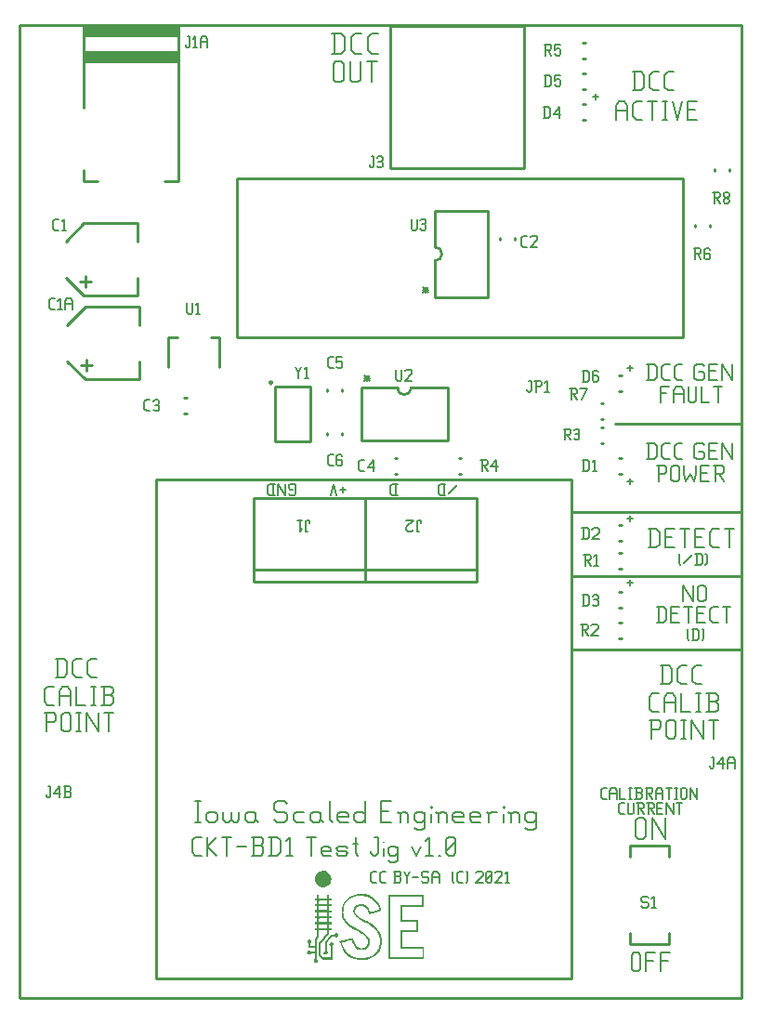
<source format=gbr>
G04 start of page 9 for group -4079 idx -4079 *
G04 Title: (unknown), topsilk *
G04 Creator: pcb 4.0.2 *
G04 CreationDate: Mon Feb 22 18:13:25 2021 UTC *
G04 For: ndholmes *
G04 Format: Gerber/RS-274X *
G04 PCB-Dimensions (mil): 2600.00 3500.00 *
G04 PCB-Coordinate-Origin: lower left *
%MOIN*%
%FSLAX25Y25*%
%LNTOPSILK*%
%ADD82C,0.0083*%
%ADD81C,0.0094*%
%ADD80C,0.0080*%
%ADD79C,0.0100*%
%ADD78C,0.0001*%
G54D78*G36*
X106543Y13209D02*X106147Y13480D01*
X106011Y13925D01*
X106065Y14240D01*
X106261Y14490D01*
X106391Y14604D01*
Y16486D01*
X105718D01*
X105241Y16481D01*
X105045Y16464D01*
X104953Y16340D01*
X104600Y16117D01*
X104172D01*
X103873Y16307D01*
X103689Y16600D01*
X103662Y16931D01*
X103770Y17224D01*
X103987Y17446D01*
X104302Y17566D01*
X104682Y17512D01*
X104991Y17273D01*
X105056Y17175D01*
X105724D01*
X106391Y17170D01*
Y18667D01*
X104058D01*
Y19400D01*
X104053Y20127D01*
X103955Y20197D01*
X103787Y20376D01*
X103678Y20593D01*
X103689Y21027D01*
X103873Y21315D01*
X104161Y21494D01*
X104497Y21526D01*
X104790Y21423D01*
X105013Y21201D01*
X105132Y20881D01*
X105078Y20506D01*
X104839Y20197D01*
X104742Y20127D01*
Y19351D01*
X106391D01*
Y21656D01*
X106857Y22248D01*
X107329Y22839D01*
Y24906D01*
X106418D01*
Y25693D01*
X110802D01*
Y27066D01*
X107986D01*
Y25693D01*
X107329D01*
Y27066D01*
X106418D01*
Y27825D01*
X107319D01*
Y29192D01*
X108002Y29219D01*
X107997Y28557D01*
X107991Y28086D01*
X108002Y27868D01*
X108067Y27858D01*
X108290Y27847D01*
X108724Y27841D01*
X109407Y27836D01*
X110802D01*
Y29219D01*
X108002D01*
X107319Y29192D01*
X106418D01*
Y29952D01*
X107329D01*
X107986Y29979D01*
X110802D01*
Y31352D01*
X107986D01*
Y29979D01*
X107329Y29952D01*
Y31324D01*
X106418D01*
Y32084D01*
X107319D01*
X107329Y33462D01*
X107986Y33505D01*
Y32827D01*
X107991Y32344D01*
X108008Y32127D01*
X108420Y32117D01*
X109407Y32111D01*
X110791D01*
X110796Y32800D01*
Y32816D01*
X110807Y33505D01*
X107986D01*
X107329Y33462D01*
X106418D01*
Y34222D01*
X107319D01*
Y35594D01*
X108002Y35648D01*
X107997Y34992D01*
X107991Y34515D01*
X108002Y34297D01*
X108067Y34287D01*
X108290Y34276D01*
X108724Y34270D01*
X109407Y34265D01*
X110807D01*
X110796Y34959D01*
X110791Y35648D01*
X108002D01*
X107319Y35594D01*
X106418D01*
Y36354D01*
X107329D01*
Y37596D01*
X107986D01*
Y36354D01*
X110802D01*
Y37596D01*
X111491D01*
Y36354D01*
X112402D01*
Y35594D01*
X111491D01*
Y34194D01*
X112402D01*
Y33435D01*
X111491D01*
Y32041D01*
X112402D01*
Y31281D01*
X111491D01*
Y29908D01*
X112402D01*
Y29149D01*
X111491D01*
Y27755D01*
X112402D01*
Y26995D01*
X111491D01*
Y25622D01*
X112402D01*
Y24836D01*
X111491D01*
X111485Y24250D01*
Y23658D01*
X110069Y21868D01*
X108648Y20083D01*
Y16074D01*
X109624Y15097D01*
X112044D01*
Y17219D01*
X112039Y18043D01*
Y18716D01*
X112033Y19172D01*
X112028Y19334D01*
X111903Y19427D01*
X111659Y19893D01*
X111794Y20409D01*
X112370Y20718D01*
X112972Y20447D01*
X113129Y19882D01*
X112831Y19372D01*
X112733Y19302D01*
Y14414D01*
X109342D01*
X107986Y15770D01*
Y20344D01*
X109396Y22123D01*
X110802Y23903D01*
Y24841D01*
X107986D01*
Y22503D01*
X107074Y21353D01*
Y14522D01*
X107140Y14490D01*
X107319Y14321D01*
X107449Y14088D01*
X107416Y13573D01*
X107069Y13193D01*
X106803Y13133D01*
X106543Y13144D01*
Y13209D01*
G37*
G36*
X122385Y14229D02*X120567Y14571D01*
X118983Y15293D01*
X117876Y16171D01*
X116932Y17278D01*
X116070Y18841D01*
X115424Y20696D01*
X115326Y21065D01*
X117746Y21581D01*
X118679Y21781D01*
X119455Y21944D01*
X119981Y22047D01*
X120182Y22080D01*
X120236Y21868D01*
X120285Y21618D01*
X120367Y21282D01*
X120730Y20257D01*
X121245Y19432D01*
X121891Y18824D01*
X122662Y18461D01*
X122900Y18418D01*
X123296Y18401D01*
X123687Y18418D01*
X123942Y18461D01*
X124962Y19047D01*
X125521Y20083D01*
X125575Y20712D01*
X125521Y21309D01*
X126123Y21483D01*
X126161Y20067D01*
X125803Y19117D01*
X125173Y18385D01*
X124316Y17924D01*
X123280Y17756D01*
X121951Y18059D01*
X120882Y18884D01*
X120090Y20127D01*
X119889Y20653D01*
X119743Y21157D01*
X119694Y21326D01*
X119645Y21342D01*
X119493Y21315D01*
X119135Y21239D01*
X118609Y21125D01*
X117979Y20989D01*
X116829Y20745D01*
X116292Y20626D01*
X116129Y20577D01*
Y20544D01*
X116178Y20360D01*
X116303Y19991D01*
X116449Y19584D01*
X116574Y19258D01*
X117572Y17479D01*
X118858Y16150D01*
X120432Y15282D01*
X122303Y14864D01*
X122699Y14853D01*
X123247D01*
X123795Y14869D01*
X124218Y14902D01*
X125548Y15157D01*
X126709Y15591D01*
X127609Y16123D01*
X128363Y16779D01*
X128966Y17560D01*
X129432Y18466D01*
X129660Y19161D01*
X129817Y19947D01*
X129866Y20902D01*
X129817Y21836D01*
X129590Y22823D01*
X129232Y23713D01*
X128711Y24532D01*
X128027Y25313D01*
X127327Y25959D01*
X126519Y26556D01*
X125445Y27217D01*
X123953Y28047D01*
X122808Y28682D01*
X122016Y29160D01*
X121463Y29561D01*
X121034Y29963D01*
X120486Y30749D01*
X120318Y31617D01*
X120464Y32659D01*
X120898Y33473D01*
X121603Y34037D01*
X122558Y34319D01*
X123139Y34336D01*
X123714Y34270D01*
X124484Y33977D01*
X125152Y33451D01*
X125727Y32686D01*
X126221Y31666D01*
X126307Y31466D01*
X126367Y31422D01*
X126530Y31471D01*
X126909Y31574D01*
X127419Y31726D01*
X128005Y31894D01*
X128581Y32062D01*
X129080Y32214D01*
X129438Y32317D01*
X129579Y32361D01*
X129552Y32485D01*
X129465Y32762D01*
X129340Y33104D01*
X129221Y33419D01*
X128543Y34634D01*
X127653Y35638D01*
X126579Y36413D01*
X125325Y36940D01*
X123568Y37243D01*
X121647Y37157D01*
X119900Y36696D01*
X118500Y35860D01*
X117800Y35133D01*
X117258Y34249D01*
X116889Y33223D01*
X116688Y32073D01*
X116661Y31297D01*
X116699Y30587D01*
X116938Y29605D01*
X117377Y28699D01*
X118017Y27858D01*
X118880Y27066D01*
X119422Y26659D01*
X120052Y26246D01*
X120855Y25769D01*
X121940Y25161D01*
X122667Y24760D01*
X123209Y24451D01*
X123633Y24196D01*
X124007Y23957D01*
X125439Y22747D01*
X126123Y21483D01*
X125521Y21309D01*
X124924Y22378D01*
X123665Y23425D01*
X123302Y23658D01*
X122895Y23903D01*
X122379Y24196D01*
X121685Y24575D01*
X120307Y25351D01*
X119292Y25980D01*
X118517Y26545D01*
X117860Y27125D01*
X117111Y27966D01*
X116574Y28850D01*
X116156Y30033D01*
X116026Y31346D01*
X116118Y32632D01*
X116411Y33831D01*
X117171Y35355D01*
X118332Y36538D01*
X119862Y37363D01*
X121734Y37802D01*
X123193Y37884D01*
X124577Y37759D01*
X125852Y37433D01*
X126991Y36907D01*
X128130Y36061D01*
X129069Y34976D01*
X129796Y33674D01*
X130289Y32171D01*
X130349Y31916D01*
X128147Y31276D01*
X127284Y31032D01*
X126579Y30831D01*
X126101Y30701D01*
X125922Y30657D01*
X125846Y30858D01*
X125618Y31460D01*
X125358Y32035D01*
X124598Y33104D01*
X123649Y33636D01*
X123014Y33701D01*
X122363Y33652D01*
X121506Y33180D01*
X121169Y32719D01*
X120985Y32122D01*
X120947Y31639D01*
X120985Y31227D01*
X121332Y30576D01*
X122059Y29908D01*
X122412Y29664D01*
X122851Y29388D01*
X123426Y29062D01*
X124197Y28639D01*
X125065Y28167D01*
X125748Y27782D01*
X126307Y27451D01*
X126785Y27142D01*
X128011Y26214D01*
X128977Y25226D01*
X129704Y24174D01*
X130192Y23034D01*
X130468Y21662D01*
X130474Y20230D01*
X130219Y18830D01*
X129709Y17566D01*
X128912Y16448D01*
X127870Y15537D01*
X126600Y14859D01*
X125135Y14414D01*
X123757Y14240D01*
X122385Y14235D01*
Y14229D01*
G37*
G36*
X132970Y26035D02*X133610Y26040D01*
X133604Y15141D01*
X145030D01*
Y18298D01*
X137256D01*
Y24819D01*
X142941D01*
Y27988D01*
X137256D01*
Y33771D01*
X144716D01*
Y36940D01*
X133621D01*
X133610Y26040D01*
X132970Y26035D01*
Y37564D01*
X145350D01*
Y33153D01*
X137890D01*
Y28633D01*
X143571D01*
Y24223D01*
X137907D01*
X137896Y21591D01*
X137890Y18960D01*
X145654D01*
Y14522D01*
X132970D01*
Y26035D01*
G37*
G36*
X110107Y16123D02*X109825Y16312D01*
X109646Y16600D01*
X109641Y17034D01*
X109868Y17387D01*
X109999Y17479D01*
X110010Y17940D01*
X110015Y19052D01*
Y20626D01*
X111111Y22004D01*
X112201Y23387D01*
X113531D01*
X113617Y23507D01*
X113845Y23702D01*
X113997Y23767D01*
X114203Y23778D01*
X114404Y23772D01*
X114556Y23702D01*
X114778Y23512D01*
X114914Y23268D01*
X114930Y22986D01*
X114865Y22714D01*
X114589Y22427D01*
X114203Y22313D01*
X113645Y22562D01*
X113520Y22698D01*
X112532D01*
X111615Y21543D01*
X110704Y20387D01*
Y17490D01*
X110807Y17419D01*
X111067Y17023D01*
X111035Y16524D01*
X110650Y16150D01*
X110107Y16117D01*
Y16123D01*
G37*
G36*
X108941Y40282D02*X108056Y40569D01*
X107291Y41128D01*
X106743Y41860D01*
X106456Y42723D01*
X106418Y43363D01*
X106499Y43982D01*
X106809Y44747D01*
X107329Y45398D01*
X108176Y45973D01*
X109147Y46216D01*
X110156Y46129D01*
X111100Y45702D01*
X111653Y45197D01*
X112077Y44579D01*
X112310Y43895D01*
X112380Y43168D01*
X112272Y42441D01*
X112006Y41768D01*
X111599Y41220D01*
X111084Y40775D01*
X110482Y40455D01*
X109831Y40282D01*
X109380Y40260D01*
X108941Y40282D01*
G37*
G54D79*X49500Y186500D02*X198500D01*
X500Y349500D02*X259500D01*
Y346000D01*
X214000Y206500D02*X259500D01*
X49500Y186500D02*Y7500D01*
X198500Y186500D02*Y7500D01*
X49500D02*X198500D01*
Y152000D02*X259500D01*
X198500Y125500D02*X259500D01*
X198500Y175000D02*X259500D01*
X500Y349500D02*Y500D01*
X259500D01*
Y348000D01*
G54D80*X226220Y228060D02*Y222300D01*
X228092Y228060D02*X229100Y227052D01*
Y223308D01*
X228092Y222300D02*X229100Y223308D01*
X225500Y222300D02*X228092D01*
X225500Y228060D02*X228092D01*
X231836Y222300D02*X233708D01*
X230828Y223308D02*X231836Y222300D01*
X230828Y227052D02*Y223308D01*
Y227052D02*X231836Y228060D01*
X233708D01*
X236444Y222300D02*X238316D01*
X235436Y223308D02*X236444Y222300D01*
X235436Y227052D02*Y223308D01*
Y227052D02*X236444Y228060D01*
X238316D01*
X245516D02*X246236Y227340D01*
X243356Y228060D02*X245516D01*
X242636Y227340D02*X243356Y228060D01*
X242636Y227340D02*Y223020D01*
X243356Y222300D01*
X245516D01*
X246236Y223020D01*
Y224460D02*Y223020D01*
X245516Y225180D02*X246236Y224460D01*
X244076Y225180D02*X245516D01*
X247964Y225468D02*X250124D01*
X247964Y222300D02*X250844D01*
X247964Y228060D02*Y222300D01*
Y228060D02*X250844D01*
X252572D02*Y222300D01*
Y228060D02*X256172Y222300D01*
Y228060D02*Y222300D01*
X230500Y220060D02*Y214300D01*
Y220060D02*X233380D01*
X230500Y217468D02*X232660D01*
X235108Y218620D02*Y214300D01*
Y218620D02*X236116Y220060D01*
X237700D01*
X238708Y218620D01*
Y214300D01*
X235108Y217180D02*X238708D01*
X240436Y220060D02*Y215020D01*
X241156Y214300D01*
X242596D01*
X243316Y215020D01*
Y220060D02*Y215020D01*
X245044Y220060D02*Y214300D01*
X247924D01*
X249652Y220060D02*X252532D01*
X251092D02*Y214300D01*
X226220Y199560D02*Y193800D01*
X228092Y199560D02*X229100Y198552D01*
Y194808D01*
X228092Y193800D02*X229100Y194808D01*
X225500Y193800D02*X228092D01*
X225500Y199560D02*X228092D01*
X231836Y193800D02*X233708D01*
X230828Y194808D02*X231836Y193800D01*
X230828Y198552D02*Y194808D01*
Y198552D02*X231836Y199560D01*
X233708D01*
X236444Y193800D02*X238316D01*
X235436Y194808D02*X236444Y193800D01*
X235436Y198552D02*Y194808D01*
Y198552D02*X236444Y199560D01*
X238316D01*
X245516D02*X246236Y198840D01*
X243356Y199560D02*X245516D01*
X242636Y198840D02*X243356Y199560D01*
X242636Y198840D02*Y194520D01*
X243356Y193800D01*
X245516D01*
X246236Y194520D01*
Y195960D02*Y194520D01*
X245516Y196680D02*X246236Y195960D01*
X244076Y196680D02*X245516D01*
X247964Y196968D02*X250124D01*
X247964Y193800D02*X250844D01*
X247964Y199560D02*Y193800D01*
Y199560D02*X250844D01*
X252572D02*Y193800D01*
Y199560D02*X256172Y193800D01*
Y199560D02*Y193800D01*
X229720Y191560D02*Y185800D01*
X229000Y191560D02*X231880D01*
X232600Y190840D01*
Y189400D01*
X231880Y188680D02*X232600Y189400D01*
X229720Y188680D02*X231880D01*
X234328Y190840D02*Y186520D01*
Y190840D02*X235048Y191560D01*
X236488D01*
X237208Y190840D01*
Y186520D01*
X236488Y185800D02*X237208Y186520D01*
X235048Y185800D02*X236488D01*
X234328Y186520D02*X235048Y185800D01*
X238936Y191560D02*Y188680D01*
X239656Y185800D01*
X241096Y188680D01*
X242536Y185800D01*
X243256Y188680D01*
Y191560D02*Y188680D01*
X244984Y188968D02*X247144D01*
X244984Y185800D02*X247864D01*
X244984Y191560D02*Y185800D01*
Y191560D02*X247864D01*
X249592D02*X252472D01*
X253192Y190840D01*
Y189400D01*
X252472Y188680D02*X253192Y189400D01*
X250312Y188680D02*X252472D01*
X250312Y191560D02*Y185800D01*
X251464Y188680D02*X253192Y185800D01*
X226830Y168840D02*Y162200D01*
X228988Y168840D02*X230150Y167678D01*
Y163362D01*
X228988Y162200D02*X230150Y163362D01*
X226000Y162200D02*X228988D01*
X226000Y168840D02*X228988D01*
X232142Y165852D02*X234632D01*
X232142Y162200D02*X235462D01*
X232142Y168840D02*Y162200D01*
Y168840D02*X235462D01*
X237454D02*X240774D01*
X239114D02*Y162200D01*
X242766Y165852D02*X245256D01*
X242766Y162200D02*X246086D01*
X242766Y168840D02*Y162200D01*
Y168840D02*X246086D01*
X249240Y162200D02*X251398D01*
X248078Y163362D02*X249240Y162200D01*
X248078Y167678D02*Y163362D01*
Y167678D02*X249240Y168840D01*
X251398D01*
X253390D02*X256710D01*
X255050D02*Y162200D01*
X237000Y156500D02*X237500Y156000D01*
X237000Y159500D02*X237500Y160000D01*
X237000Y159500D02*Y156500D01*
X238700D02*X241700Y159500D01*
X243400Y160000D02*Y156000D01*
X244700Y160000D02*X245400Y159300D01*
Y156700D01*
X244700Y156000D02*X245400Y156700D01*
X242900Y156000D02*X244700D01*
X242900Y160000D02*X244700D01*
X246600D02*X247100Y159500D01*
Y156500D01*
X246600Y156000D02*X247100Y156500D01*
X238500Y148560D02*Y142800D01*
Y148560D02*X242100Y142800D01*
Y148560D02*Y142800D01*
X243828Y147840D02*Y143520D01*
Y147840D02*X244548Y148560D01*
X245988D01*
X246708Y147840D01*
Y143520D01*
X245988Y142800D02*X246708Y143520D01*
X244548Y142800D02*X245988D01*
X243828Y143520D02*X244548Y142800D01*
X229720Y141060D02*Y135300D01*
X231592Y141060D02*X232600Y140052D01*
Y136308D01*
X231592Y135300D02*X232600Y136308D01*
X229000Y135300D02*X231592D01*
X229000Y141060D02*X231592D01*
X234328Y138468D02*X236488D01*
X234328Y135300D02*X237208D01*
X234328Y141060D02*Y135300D01*
Y141060D02*X237208D01*
X238936D02*X241816D01*
X240376D02*Y135300D01*
X243544Y138468D02*X245704D01*
X243544Y135300D02*X246424D01*
X243544Y141060D02*Y135300D01*
Y141060D02*X246424D01*
X249160Y135300D02*X251032D01*
X248152Y136308D02*X249160Y135300D01*
X248152Y140052D02*Y136308D01*
Y140052D02*X249160Y141060D01*
X251032D01*
X252760D02*X255640D01*
X254200D02*Y135300D01*
X240000Y129500D02*X240500Y129000D01*
X240000Y132500D02*X240500Y133000D01*
X240000Y132500D02*Y129500D01*
X242200Y133000D02*Y129000D01*
X243500Y133000D02*X244200Y132300D01*
Y129700D01*
X243500Y129000D02*X244200Y129700D01*
X241700Y129000D02*X243500D01*
X241700Y133000D02*X243500D01*
X245400D02*X245900Y132500D01*
Y129500D01*
X245400Y129000D02*X245900Y129500D01*
X227662Y103200D02*X229820D01*
X226500Y104362D02*X227662Y103200D01*
X226500Y108678D02*Y104362D01*
Y108678D02*X227662Y109840D01*
X229820D01*
X231812Y108180D02*Y103200D01*
Y108180D02*X232974Y109840D01*
X234800D01*
X235962Y108180D01*
Y103200D01*
X231812Y106520D02*X235962D01*
X237954Y109840D02*Y103200D01*
X241274D01*
X243266Y109840D02*X244926D01*
X244096D02*Y103200D01*
X243266D02*X244926D01*
X246918D02*X250238D01*
X251068Y104030D01*
Y106022D02*Y104030D01*
X250238Y106852D02*X251068Y106022D01*
X247748Y106852D02*X250238D01*
X247748Y109840D02*Y103200D01*
X246918Y109840D02*X250238D01*
X251068Y109010D01*
Y107682D01*
X250238Y106852D02*X251068Y107682D01*
X227330Y100340D02*Y93700D01*
X226500Y100340D02*X229820D01*
X230650Y99510D01*
Y97850D01*
X229820Y97020D02*X230650Y97850D01*
X227330Y97020D02*X229820D01*
X232642Y99510D02*Y94530D01*
Y99510D02*X233472Y100340D01*
X235132D01*
X235962Y99510D01*
Y94530D01*
X235132Y93700D02*X235962Y94530D01*
X233472Y93700D02*X235132D01*
X232642Y94530D02*X233472Y93700D01*
X237954Y100340D02*X239614D01*
X238784D02*Y93700D01*
X237954D02*X239614D01*
X241606Y100340D02*Y93700D01*
Y100340D02*X245756Y93700D01*
Y100340D02*Y93700D01*
X247748Y100340D02*X251068D01*
X249408D02*Y93700D01*
X221500Y64180D02*Y58540D01*
Y64180D02*X222440Y65120D01*
X224320D01*
X225260Y64180D01*
Y58540D01*
X224320Y57600D02*X225260Y58540D01*
X222440Y57600D02*X224320D01*
X221500Y58540D02*X222440Y57600D01*
X227516Y65120D02*Y57600D01*
Y65120D02*X232216Y57600D01*
Y65120D02*Y57600D01*
X220000Y16010D02*Y11030D01*
Y16010D02*X220830Y16840D01*
X222490D01*
X223320Y16010D01*
Y11030D01*
X222490Y10200D02*X223320Y11030D01*
X220830Y10200D02*X222490D01*
X220000Y11030D02*X220830Y10200D01*
X225312Y16840D02*Y10200D01*
Y16840D02*X228632D01*
X225312Y13852D02*X227802D01*
X230624Y16840D02*Y10200D01*
Y16840D02*X233944D01*
X230624Y13852D02*X233114D01*
X209700Y72000D02*X211000D01*
X209000Y72700D02*X209700Y72000D01*
X209000Y75300D02*Y72700D01*
Y75300D02*X209700Y76000D01*
X211000D01*
X212200Y75000D02*Y72000D01*
Y75000D02*X212900Y76000D01*
X214000D01*
X214700Y75000D01*
Y72000D01*
X212200Y74000D02*X214700D01*
X215900Y76000D02*Y72000D01*
X217900D01*
X219100Y76000D02*X220100D01*
X219600D02*Y72000D01*
X219100D02*X220100D01*
X221300D02*X223300D01*
X223800Y72500D01*
Y73700D02*Y72500D01*
X223300Y74200D02*X223800Y73700D01*
X221800Y74200D02*X223300D01*
X221800Y76000D02*Y72000D01*
X221300Y76000D02*X223300D01*
X223800Y75500D01*
Y74700D01*
X223300Y74200D02*X223800Y74700D01*
X225000Y76000D02*X227000D01*
X227500Y75500D01*
Y74500D01*
X227000Y74000D02*X227500Y74500D01*
X225500Y74000D02*X227000D01*
X225500Y76000D02*Y72000D01*
X226300Y74000D02*X227500Y72000D01*
X228700Y75000D02*Y72000D01*
Y75000D02*X229400Y76000D01*
X230500D01*
X231200Y75000D01*
Y72000D01*
X228700Y74000D02*X231200D01*
X232400Y76000D02*X234400D01*
X233400D02*Y72000D01*
X235600Y76000D02*X236600D01*
X236100D02*Y72000D01*
X235600D02*X236600D01*
X237800Y75500D02*Y72500D01*
Y75500D02*X238300Y76000D01*
X239300D01*
X239800Y75500D01*
Y72500D01*
X239300Y72000D02*X239800Y72500D01*
X238300Y72000D02*X239300D01*
X237800Y72500D02*X238300Y72000D01*
X241000Y76000D02*Y72000D01*
Y76000D02*X243500Y72000D01*
Y76000D02*Y72000D01*
X216200Y66500D02*X217500D01*
X215500Y67200D02*X216200Y66500D01*
X215500Y69800D02*Y67200D01*
Y69800D02*X216200Y70500D01*
X217500D01*
X218700D02*Y67000D01*
X219200Y66500D01*
X220200D01*
X220700Y67000D01*
Y70500D02*Y67000D01*
X221900Y70500D02*X223900D01*
X224400Y70000D01*
Y69000D01*
X223900Y68500D02*X224400Y69000D01*
X222400Y68500D02*X223900D01*
X222400Y70500D02*Y66500D01*
X223200Y68500D02*X224400Y66500D01*
X225600Y70500D02*X227600D01*
X228100Y70000D01*
Y69000D01*
X227600Y68500D02*X228100Y69000D01*
X226100Y68500D02*X227600D01*
X226100Y70500D02*Y66500D01*
X226900Y68500D02*X228100Y66500D01*
X229300Y68700D02*X230800D01*
X229300Y66500D02*X231300D01*
X229300Y70500D02*Y66500D01*
Y70500D02*X231300D01*
X232500D02*Y66500D01*
Y70500D02*X235000Y66500D01*
Y70500D02*Y66500D01*
X236200Y70500D02*X238200D01*
X237200D02*Y66500D01*
X124000Y222000D02*X126000Y224000D01*
Y222000D02*X124000Y224000D01*
X125000D02*Y222000D01*
X124000Y223000D02*X126000D01*
X115500Y183000D02*X117500D01*
X116500Y184000D02*Y182000D01*
X114300Y181000D02*X113300Y185000D01*
X112300Y181000D01*
X97500D02*X97000Y181500D01*
X97500Y181000D02*X99000D01*
X99500Y181500D02*X99000Y181000D01*
X99500Y184500D02*Y181500D01*
Y184500D02*X99000Y185000D01*
X97500D02*X99000D01*
X97500D02*X97000Y184500D01*
Y183500D01*
X97500Y183000D02*X97000Y183500D01*
X97500Y183000D02*X98500D01*
X95800Y185000D02*Y181000D01*
X93300Y185000D01*
Y181000D01*
X91600Y185000D02*Y181000D01*
X90300D02*X89600Y181700D01*
Y184300D02*Y181700D01*
X90300Y185000D02*X89600Y184300D01*
X90300Y185000D02*X92100D01*
X90300Y181000D02*X92100D01*
X135500Y185000D02*Y181000D01*
X134200D02*X133500Y181700D01*
Y184300D02*Y181700D01*
X134200Y185000D02*X133500Y184300D01*
X134200Y185000D02*X136000D01*
X134200Y181000D02*X136000D01*
X157500Y184500D02*X154500Y181500D01*
X152800Y185000D02*Y181000D01*
X151500D02*X150800Y181700D01*
Y184300D02*Y181700D01*
X151500Y185000D02*X150800Y184300D01*
X151500Y185000D02*X153300D01*
X151500Y181000D02*X153300D01*
X145000Y253500D02*X147000Y255500D01*
Y253500D02*X145000Y255500D01*
X146000D02*Y253500D01*
X145000Y254500D02*X147000D01*
X207000Y325000D02*Y323000D01*
X206000Y324000D02*X208000D01*
X214500Y320680D02*Y315700D01*
Y320680D02*X215662Y322340D01*
X217488D01*
X218650Y320680D01*
Y315700D01*
X214500Y319020D02*X218650D01*
X221804Y315700D02*X223962D01*
X220642Y316862D02*X221804Y315700D01*
X220642Y321178D02*Y316862D01*
Y321178D02*X221804Y322340D01*
X223962D01*
X225954D02*X229274D01*
X227614D02*Y315700D01*
X231266Y322340D02*X232926D01*
X232096D02*Y315700D01*
X231266D02*X232926D01*
X234918Y322340D02*X236578Y315700D01*
X238238Y322340D01*
X240230Y319352D02*X242720D01*
X240230Y315700D02*X243550D01*
X240230Y322340D02*Y315700D01*
Y322340D02*X243550D01*
X221330Y332840D02*Y326200D01*
X223488Y332840D02*X224650Y331678D01*
Y327362D01*
X223488Y326200D02*X224650Y327362D01*
X220500Y326200D02*X223488D01*
X220500Y332840D02*X223488D01*
X227804Y326200D02*X229962D01*
X226642Y327362D02*X227804Y326200D01*
X226642Y331678D02*Y327362D01*
Y331678D02*X227804Y332840D01*
X229962D01*
X233116Y326200D02*X235274D01*
X231954Y327362D02*X233116Y326200D01*
X231954Y331678D02*Y327362D01*
Y331678D02*X233116Y332840D01*
X235274D01*
X113440Y346620D02*Y339100D01*
X115884Y346620D02*X117200Y345304D01*
Y340416D01*
X115884Y339100D02*X117200Y340416D01*
X112500Y339100D02*X115884D01*
X112500Y346620D02*X115884D01*
X120772Y339100D02*X123216D01*
X119456Y340416D02*X120772Y339100D01*
X119456Y345304D02*Y340416D01*
Y345304D02*X120772Y346620D01*
X123216D01*
X126788Y339100D02*X129232D01*
X125472Y340416D02*X126788Y339100D01*
X125472Y345304D02*Y340416D01*
Y345304D02*X126788Y346620D01*
X129232D01*
X113000Y335680D02*Y330040D01*
Y335680D02*X113940Y336620D01*
X115820D01*
X116760Y335680D01*
Y330040D01*
X115820Y329100D02*X116760Y330040D01*
X113940Y329100D02*X115820D01*
X113000Y330040D02*X113940Y329100D01*
X119016Y336620D02*Y330040D01*
X119956Y329100D01*
X121836D01*
X122776Y330040D01*
Y336620D02*Y330040D01*
X125032Y336620D02*X128792D01*
X126912D02*Y329100D01*
X219586Y187000D02*Y185000D01*
X218586Y186000D02*X220586D01*
X219586Y227500D02*Y225500D01*
X218586Y226500D02*X220586D01*
X14330Y122340D02*Y115700D01*
X16488Y122340D02*X17650Y121178D01*
Y116862D01*
X16488Y115700D02*X17650Y116862D01*
X13500Y115700D02*X16488D01*
X13500Y122340D02*X16488D01*
X20804Y115700D02*X22962D01*
X19642Y116862D02*X20804Y115700D01*
X19642Y121178D02*Y116862D01*
Y121178D02*X20804Y122340D01*
X22962D01*
X26116Y115700D02*X28274D01*
X24954Y116862D02*X26116Y115700D01*
X24954Y121178D02*Y116862D01*
Y121178D02*X26116Y122340D01*
X28274D01*
X231330Y119840D02*Y113200D01*
X233488Y119840D02*X234650Y118678D01*
Y114362D01*
X233488Y113200D02*X234650Y114362D01*
X230500Y113200D02*X233488D01*
X230500Y119840D02*X233488D01*
X237804Y113200D02*X239962D01*
X236642Y114362D02*X237804Y113200D01*
X236642Y118678D02*Y114362D01*
Y118678D02*X237804Y119840D01*
X239962D01*
X243116Y113200D02*X245274D01*
X241954Y114362D02*X243116Y113200D01*
X241954Y118678D02*Y114362D01*
Y118678D02*X243116Y119840D01*
X245274D01*
X10662Y105700D02*X12820D01*
X9500Y106862D02*X10662Y105700D01*
X9500Y111178D02*Y106862D01*
Y111178D02*X10662Y112340D01*
X12820D01*
X14812Y110680D02*Y105700D01*
Y110680D02*X15974Y112340D01*
X17800D01*
X18962Y110680D01*
Y105700D01*
X14812Y109020D02*X18962D01*
X20954Y112340D02*Y105700D01*
X24274D01*
X26266Y112340D02*X27926D01*
X27096D02*Y105700D01*
X26266D02*X27926D01*
X29918D02*X33238D01*
X34068Y106530D01*
Y108522D02*Y106530D01*
X33238Y109352D02*X34068Y108522D01*
X30748Y109352D02*X33238D01*
X30748Y112340D02*Y105700D01*
X29918Y112340D02*X33238D01*
X34068Y111510D01*
Y110182D01*
X33238Y109352D02*X34068Y110182D01*
X10330Y102840D02*Y96200D01*
X9500Y102840D02*X12820D01*
X13650Y102010D01*
Y100350D01*
X12820Y99520D02*X13650Y100350D01*
X10330Y99520D02*X12820D01*
X15642Y102010D02*Y97030D01*
Y102010D02*X16472Y102840D01*
X18132D01*
X18962Y102010D01*
Y97030D01*
X18132Y96200D02*X18962Y97030D01*
X16472Y96200D02*X18132D01*
X15642Y97030D02*X16472Y96200D01*
X20954Y102840D02*X22614D01*
X21784D02*Y96200D01*
X20954D02*X22614D01*
X24606Y102840D02*Y96200D01*
Y102840D02*X28756Y96200D01*
Y102840D02*Y96200D01*
X30748Y102840D02*X34068D01*
X32408D02*Y96200D01*
X219586Y150500D02*Y148500D01*
X218586Y149500D02*X220586D01*
X219586Y173600D02*Y171600D01*
X218586Y172600D02*X220586D01*
X63500Y71120D02*X65380D01*
X64440D02*Y63600D01*
X63500D02*X65380D01*
X67636Y66420D02*Y64540D01*
Y66420D02*X68576Y67360D01*
X70456D01*
X71396Y66420D01*
Y64540D01*
X70456Y63600D02*X71396Y64540D01*
X68576Y63600D02*X70456D01*
X67636Y64540D02*X68576Y63600D01*
X73652Y67360D02*Y64540D01*
X74592Y63600D01*
X75532D01*
X76472Y64540D01*
Y67360D02*Y64540D01*
X77412Y63600D01*
X78352D01*
X79292Y64540D01*
Y67360D02*Y64540D01*
X84368Y67360D02*X85308Y66420D01*
X82488Y67360D02*X84368D01*
X81548Y66420D02*X82488Y67360D01*
X81548Y66420D02*Y64540D01*
X82488Y63600D01*
X85308Y67360D02*Y64540D01*
X86248Y63600D01*
X82488D02*X84368D01*
X85308Y64540D01*
X95648Y71120D02*X96588Y70180D01*
X92828Y71120D02*X95648D01*
X91888Y70180D02*X92828Y71120D01*
X91888Y70180D02*Y68300D01*
X92828Y67360D01*
X95648D01*
X96588Y66420D01*
Y64540D01*
X95648Y63600D02*X96588Y64540D01*
X92828Y63600D02*X95648D01*
X91888Y64540D02*X92828Y63600D01*
X99784Y67360D02*X102604D01*
X98844Y66420D02*X99784Y67360D01*
X98844Y66420D02*Y64540D01*
X99784Y63600D01*
X102604D01*
X107680Y67360D02*X108620Y66420D01*
X105800Y67360D02*X107680D01*
X104860Y66420D02*X105800Y67360D01*
X104860Y66420D02*Y64540D01*
X105800Y63600D01*
X108620Y67360D02*Y64540D01*
X109560Y63600D01*
X105800D02*X107680D01*
X108620Y64540D01*
X111816Y71120D02*Y64540D01*
X112756Y63600D01*
X115576D02*X118396D01*
X114636Y64540D02*X115576Y63600D01*
X114636Y66420D02*Y64540D01*
Y66420D02*X115576Y67360D01*
X117456D01*
X118396Y66420D01*
X114636Y65480D02*X118396D01*
Y66420D02*Y65480D01*
X124412Y71120D02*Y63600D01*
X123472D02*X124412Y64540D01*
X121592Y63600D02*X123472D01*
X120652Y64540D02*X121592Y63600D01*
X120652Y66420D02*Y64540D01*
Y66420D02*X121592Y67360D01*
X123472D01*
X124412Y66420D01*
X130052Y67736D02*X132872D01*
X130052Y63600D02*X133812D01*
X130052Y71120D02*Y63600D01*
Y71120D02*X133812D01*
X137008Y66420D02*Y63600D01*
Y66420D02*X137948Y67360D01*
X138888D01*
X139828Y66420D01*
Y63600D01*
X136068Y67360D02*X137008Y66420D01*
X144904Y67360D02*X145844Y66420D01*
X143024Y67360D02*X144904D01*
X142084Y66420D02*X143024Y67360D01*
X142084Y66420D02*Y64540D01*
X143024Y63600D01*
X144904D01*
X145844Y64540D01*
X142084Y61720D02*X143024Y60780D01*
X144904D01*
X145844Y61720D01*
Y67360D02*Y61720D01*
G54D81*X148100Y69240D02*Y69052D01*
G54D80*Y66420D02*Y63600D01*
X150920Y66420D02*Y63600D01*
Y66420D02*X151860Y67360D01*
X152800D01*
X153740Y66420D01*
Y63600D01*
X149980Y67360D02*X150920Y66420D01*
X156936Y63600D02*X159756D01*
X155996Y64540D02*X156936Y63600D01*
X155996Y66420D02*Y64540D01*
Y66420D02*X156936Y67360D01*
X158816D01*
X159756Y66420D01*
X155996Y65480D02*X159756D01*
Y66420D02*Y65480D01*
X162952Y63600D02*X165772D01*
X162012Y64540D02*X162952Y63600D01*
X162012Y66420D02*Y64540D01*
Y66420D02*X162952Y67360D01*
X164832D01*
X165772Y66420D01*
X162012Y65480D02*X165772D01*
Y66420D02*Y65480D01*
X168968Y66420D02*Y63600D01*
Y66420D02*X169908Y67360D01*
X171788D01*
X168028D02*X168968Y66420D01*
G54D81*X174044Y69240D02*Y69052D01*
G54D80*Y66420D02*Y63600D01*
X176864Y66420D02*Y63600D01*
Y66420D02*X177804Y67360D01*
X178744D01*
X179684Y66420D01*
Y63600D01*
X175924Y67360D02*X176864Y66420D01*
X184760Y67360D02*X185700Y66420D01*
X182880Y67360D02*X184760D01*
X181940Y66420D02*X182880Y67360D01*
X181940Y66420D02*Y64540D01*
X182880Y63600D01*
X184760D01*
X185700Y64540D01*
X181940Y61720D02*X182880Y60780D01*
X184760D01*
X185700Y61720D01*
Y67360D02*Y61720D01*
X63662Y51700D02*X65820D01*
X62500Y52862D02*X63662Y51700D01*
X62500Y57178D02*Y52862D01*
Y57178D02*X63662Y58340D01*
X65820D01*
X67812D02*Y51700D01*
Y55020D02*X71132Y58340D01*
X67812Y55020D02*X71132Y51700D01*
X73124Y58340D02*X76444D01*
X74784D02*Y51700D01*
X78436Y55020D02*X81756D01*
X83748Y51700D02*X87068D01*
X87898Y52530D01*
Y54522D02*Y52530D01*
X87068Y55352D02*X87898Y54522D01*
X84578Y55352D02*X87068D01*
X84578Y58340D02*Y51700D01*
X83748Y58340D02*X87068D01*
X87898Y57510D01*
Y56182D01*
X87068Y55352D02*X87898Y56182D01*
X90720Y58340D02*Y51700D01*
X92878Y58340D02*X94040Y57178D01*
Y52862D01*
X92878Y51700D02*X94040Y52862D01*
X89890Y51700D02*X92878D01*
X89890Y58340D02*X92878D01*
X96032Y57012D02*X97360Y58340D01*
Y51700D01*
X96032D02*X98522D01*
X103502Y58340D02*X106822D01*
X105162D02*Y51700D01*
X109644D02*X112134D01*
X108814Y52530D02*X109644Y51700D01*
X108814Y54190D02*Y52530D01*
Y54190D02*X109644Y55020D01*
X111304D01*
X112134Y54190D01*
X108814Y53360D02*X112134D01*
Y54190D02*Y53360D01*
X114956Y51700D02*X117446D01*
X118276Y52530D01*
X117446Y53360D02*X118276Y52530D01*
X114956Y53360D02*X117446D01*
X114126Y54190D02*X114956Y53360D01*
X114126Y54190D02*X114956Y55020D01*
X117446D01*
X118276Y54190D01*
X114126Y52530D02*X114956Y51700D01*
X121098Y58340D02*Y52530D01*
X121928Y51700D01*
X120268Y55850D02*X121928D01*
X127738Y58340D02*X129066D01*
Y52530D01*
X128236Y51700D02*X129066Y52530D01*
X127406Y51700D02*X128236D01*
X126576Y52530D02*X127406Y51700D01*
X126576Y53360D02*Y52530D01*
G54D82*X131058Y56680D02*Y56514D01*
G54D80*Y54190D02*Y51700D01*
X135208Y55020D02*X136038Y54190D01*
X133548Y55020D02*X135208D01*
X132718Y54190D02*X133548Y55020D01*
X132718Y54190D02*Y52530D01*
X133548Y51700D01*
X135208D01*
X136038Y52530D01*
X132718Y50040D02*X133548Y49210D01*
X135208D01*
X136038Y50040D01*
Y55020D02*Y50040D01*
X141018Y55020D02*X142678Y51700D01*
X144338Y55020D02*X142678Y51700D01*
X146330Y57012D02*X147658Y58340D01*
Y51700D01*
X146330D02*X148820D01*
X150812D02*X151642D01*
X153634Y52530D02*X154464Y51700D01*
X153634Y57510D02*Y52530D01*
Y57510D02*X154464Y58340D01*
X156124D01*
X156954Y57510D01*
Y52530D01*
X156124Y51700D02*X156954Y52530D01*
X154464Y51700D02*X156124D01*
X153634Y53360D02*X156954Y56680D01*
X127200Y42000D02*X128500D01*
X126500Y42700D02*X127200Y42000D01*
X126500Y45300D02*Y42700D01*
Y45300D02*X127200Y46000D01*
X128500D01*
X130400Y42000D02*X131700D01*
X129700Y42700D02*X130400Y42000D01*
X129700Y45300D02*Y42700D01*
Y45300D02*X130400Y46000D01*
X131700D01*
X134700Y42000D02*X136700D01*
X137200Y42500D01*
Y43700D02*Y42500D01*
X136700Y44200D02*X137200Y43700D01*
X135200Y44200D02*X136700D01*
X135200Y46000D02*Y42000D01*
X134700Y46000D02*X136700D01*
X137200Y45500D01*
Y44700D01*
X136700Y44200D02*X137200Y44700D01*
X138400Y46000D02*X139400Y44000D01*
X140400Y46000D01*
X139400Y44000D02*Y42000D01*
X141600Y44000D02*X143600D01*
X146800Y46000D02*X147300Y45500D01*
X145300Y46000D02*X146800D01*
X144800Y45500D02*X145300Y46000D01*
X144800Y45500D02*Y44500D01*
X145300Y44000D01*
X146800D01*
X147300Y43500D01*
Y42500D01*
X146800Y42000D02*X147300Y42500D01*
X145300Y42000D02*X146800D01*
X144800Y42500D02*X145300Y42000D01*
X148500Y45000D02*Y42000D01*
Y45000D02*X149200Y46000D01*
X150300D01*
X151000Y45000D01*
Y42000D01*
X148500Y44000D02*X151000D01*
X155800Y42500D02*X156300Y42000D01*
X155800Y45500D02*X156300Y46000D01*
X155800Y45500D02*Y42500D01*
X158200Y42000D02*X159500D01*
X157500Y42700D02*X158200Y42000D01*
X157500Y45300D02*Y42700D01*
Y45300D02*X158200Y46000D01*
X159500D01*
X160700D02*X161200Y45500D01*
Y42500D01*
X160700Y42000D02*X161200Y42500D01*
X164200Y45500D02*X164700Y46000D01*
X166200D01*
X166700Y45500D01*
Y44500D01*
X164200Y42000D02*X166700Y44500D01*
X164200Y42000D02*X166700D01*
X167900Y42500D02*X168400Y42000D01*
X167900Y45500D02*Y42500D01*
Y45500D02*X168400Y46000D01*
X169400D01*
X169900Y45500D01*
Y42500D01*
X169400Y42000D02*X169900Y42500D01*
X168400Y42000D02*X169400D01*
X167900Y43000D02*X169900Y45000D01*
X171100Y45500D02*X171600Y46000D01*
X173100D01*
X173600Y45500D01*
Y44500D01*
X171100Y42000D02*X173600Y44500D01*
X171100Y42000D02*X173600D01*
X174800Y45200D02*X175600Y46000D01*
Y42000D01*
X174800D02*X176300D01*
G54D79*X53750Y237650D02*Y227020D01*
X72250Y237650D02*Y227020D01*
X53750Y237650D02*X57000D01*
X69000D02*X72250D01*
X53750Y227020D02*X53929D01*
X72071D02*X72250D01*
X42992Y259004D02*Y252508D01*
Y278492D02*Y271996D01*
X23504Y278492D02*X42992D01*
X23504Y252508D02*X42992D01*
X23504Y278492D02*X17008Y271996D01*
X23504Y252508D02*X17008Y259004D01*
X24000Y259500D02*Y255500D01*
X22000Y257500D02*X26000D01*
X43492Y229004D02*Y222508D01*
Y248492D02*Y241996D01*
X24004Y248492D02*X43492D01*
X24004Y222508D02*X43492D01*
X24004Y248492D02*X17508Y241996D01*
X24004Y222508D02*X17508Y229004D01*
X24500Y229500D02*Y225500D01*
X22500Y227500D02*X26500D01*
X23500Y349500D02*Y320000D01*
Y349500D02*X57500D01*
Y293500D01*
X52500D02*X57500D01*
X23500Y297500D02*Y293500D01*
X28500D01*
X23500Y349500D02*X57500D01*
X23500Y349000D02*X57500D01*
X23500Y348500D02*X57500D01*
X23500Y348000D02*X57500D01*
X23500Y347500D02*X57500D01*
X23500Y347000D02*X57500D01*
X23500Y346500D02*X57500D01*
X23500Y346000D02*X57500D01*
X23500Y336500D02*X57500D01*
X23500Y337000D02*X57500D01*
X23500Y337500D02*X57500D01*
X23500Y338000D02*X57500D01*
X23500Y338500D02*X57500D01*
X23500Y339000D02*X57500D01*
X23500Y339500D02*X57500D01*
X23500Y340000D02*X57500D01*
X59564Y215755D02*X60350D01*
X59564Y210245D02*X60350D01*
X219400Y19800D02*X233600D01*
X219400Y23800D02*Y19800D01*
X233600Y23800D02*Y19800D01*
X219400Y55200D02*X233600D01*
X219400D02*Y51200D01*
X233600Y55200D02*Y51200D01*
X181516Y349370D02*Y298189D01*
X133484D02*X181516D01*
X133484Y349370D02*Y298189D01*
Y349370D02*X181516D01*
X202564Y332255D02*X203350D01*
X202564Y326745D02*X203350D01*
X202607Y343255D02*X203393D01*
X202607Y337745D02*X203393D01*
X202607Y321255D02*X203393D01*
X202607Y315745D02*X203393D01*
X172745Y273393D02*Y272607D01*
X178255Y273393D02*Y272607D01*
X78500Y237500D02*X238500D01*
X78500Y294500D02*X238500D01*
Y237500D01*
X78500Y294500D02*Y237500D01*
X248255Y277893D02*Y277107D01*
X242745Y277893D02*Y277107D01*
X215650Y223755D02*X216436D01*
X215650Y218245D02*X216436D01*
X149500Y252000D02*X168500D01*
Y283000D02*Y252000D01*
X149500Y283000D02*X168500D01*
X149500Y265000D02*Y252000D01*
Y283000D02*Y270000D01*
Y265000D02*G75*G03X149500Y270000I0J2500D01*G01*
X255255Y297893D02*Y297107D01*
X249745Y297893D02*Y297107D01*
X135193Y188745D02*X135979D01*
X135193Y194255D02*X135979D01*
X123000Y219500D02*Y200500D01*
X154000D01*
Y219500D01*
X123000D02*X136000D01*
X154000D02*X141000D01*
X136000D02*G75*G03X141000Y219500I2500J0D01*G01*
X158107Y194212D02*X158893D01*
X158107Y188702D02*X158893D01*
X124500Y179800D02*X164500D01*
X124500Y149800D02*X164500D01*
X124500Y154200D02*X164500D01*
Y179800D02*Y149800D01*
X124500Y179800D02*Y149800D01*
X116255Y203393D02*Y202607D01*
X110745Y203393D02*Y202607D01*
Y218893D02*Y218107D01*
X116255Y218893D02*Y218107D01*
X92201Y219843D02*X104799D01*
Y200157D01*
X92201D01*
Y219843D01*
X90201Y221343D02*G75*G03X90201Y221343I500J0D01*G01*
X84500Y179800D02*X124500D01*
X84500Y149800D02*X124500D01*
X84500Y154200D02*X124500D01*
Y179800D02*Y149800D01*
X84500Y179800D02*Y149800D01*
X215607Y146255D02*X216393D01*
X215607Y140745D02*X216393D01*
X215607Y170255D02*X216393D01*
X215607Y164745D02*X216393D01*
X215607Y135255D02*X216393D01*
X215607Y129745D02*X216393D01*
X215607Y154745D02*X216393D01*
X215607Y160255D02*X216393D01*
X215607Y188745D02*X216393D01*
X215607Y194255D02*X216393D01*
X209107Y208245D02*X209893D01*
X209107Y213755D02*X209893D01*
X209107Y199745D02*X209893D01*
X209107Y205255D02*X209893D01*
G54D80*X60500Y250000D02*Y246500D01*
X61000Y246000D01*
X62000D01*
X62500Y246500D01*
Y250000D02*Y246500D01*
X63700Y249200D02*X64500Y250000D01*
Y246000D01*
X63700D02*X65200D01*
X181200Y270000D02*X182500D01*
X180500Y270700D02*X181200Y270000D01*
X180500Y273300D02*Y270700D01*
Y273300D02*X181200Y274000D01*
X182500D01*
X183700Y273500D02*X184200Y274000D01*
X185700D01*
X186200Y273500D01*
Y272500D01*
X183700Y270000D02*X186200Y272500D01*
X183700Y270000D02*X186200D01*
X11700Y247500D02*X13000D01*
X11000Y248200D02*X11700Y247500D01*
X11000Y250800D02*Y248200D01*
Y250800D02*X11700Y251500D01*
X13000D01*
X14200Y250700D02*X15000Y251500D01*
Y247500D01*
X14200D02*X15700D01*
X16900Y250500D02*Y247500D01*
Y250500D02*X17600Y251500D01*
X18700D01*
X19400Y250500D01*
Y247500D01*
X16900Y249500D02*X19400D01*
X242479Y269521D02*X244479D01*
X244979Y269021D01*
Y268021D01*
X244479Y267521D02*X244979Y268021D01*
X242979Y267521D02*X244479D01*
X242979Y269521D02*Y265521D01*
X243779Y267521D02*X244979Y265521D01*
X247679Y269521D02*X248179Y269021D01*
X246679Y269521D02*X247679D01*
X246179Y269021D02*X246679Y269521D01*
X246179Y269021D02*Y266021D01*
X246679Y265521D01*
X247679Y267721D02*X248179Y267221D01*
X246179Y267721D02*X247679D01*
X246679Y265521D02*X247679D01*
X248179Y266021D01*
Y267221D02*Y266021D01*
X13200Y276000D02*X14500D01*
X12500Y276700D02*X13200Y276000D01*
X12500Y279300D02*Y276700D01*
Y279300D02*X13200Y280000D01*
X14500D01*
X15700Y279200D02*X16500Y280000D01*
Y276000D01*
X15700D02*X17200D01*
X141000Y280000D02*Y276500D01*
X141500Y276000D01*
X142500D01*
X143000Y276500D01*
Y280000D02*Y276500D01*
X144200Y279500D02*X144700Y280000D01*
X145700D01*
X146200Y279500D01*
X145700Y276000D02*X146200Y276500D01*
X144700Y276000D02*X145700D01*
X144200Y276500D02*X144700Y276000D01*
Y278200D02*X145700D01*
X146200Y279500D02*Y278700D01*
Y277700D02*Y276500D01*
Y277700D02*X145700Y278200D01*
X146200Y278700D02*X145700Y278200D01*
X249307Y289650D02*X251307D01*
X251807Y289150D01*
Y288150D01*
X251307Y287650D02*X251807Y288150D01*
X249807Y287650D02*X251307D01*
X249807Y289650D02*Y285650D01*
X250607Y287650D02*X251807Y285650D01*
X253007Y286150D02*X253507Y285650D01*
X253007Y286950D02*Y286150D01*
Y286950D02*X253707Y287650D01*
X254307D01*
X255007Y286950D01*
Y286150D01*
X254507Y285650D02*X255007Y286150D01*
X253507Y285650D02*X254507D01*
X253007Y288350D02*X253707Y287650D01*
X253007Y289150D02*Y288350D01*
Y289150D02*X253507Y289650D01*
X254507D01*
X255007Y289150D01*
Y288350D01*
X254307Y287650D02*X255007Y288350D01*
X126700Y302500D02*X127500D01*
Y299000D01*
X127000Y298500D02*X127500Y299000D01*
X126500Y298500D02*X127000D01*
X126000Y299000D02*X126500Y298500D01*
X126000Y299500D02*Y299000D01*
X128700Y302000D02*X129200Y302500D01*
X130200D01*
X130700Y302000D01*
X130200Y298500D02*X130700Y299000D01*
X129200Y298500D02*X130200D01*
X128700Y299000D02*X129200Y298500D01*
Y300700D02*X130200D01*
X130700Y302000D02*Y301200D01*
Y300200D02*Y299000D01*
Y300200D02*X130200Y300700D01*
X130700Y301200D02*X130200Y300700D01*
X189307Y331607D02*Y327607D01*
X190607Y331607D02*X191307Y330907D01*
Y328307D01*
X190607Y327607D02*X191307Y328307D01*
X188807Y327607D02*X190607D01*
X188807Y331607D02*X190607D01*
X192507D02*X194507D01*
X192507D02*Y329607D01*
X193007Y330107D01*
X194007D01*
X194507Y329607D01*
Y328107D01*
X194007Y327607D02*X194507Y328107D01*
X193007Y327607D02*X194007D01*
X192507Y328107D02*X193007Y327607D01*
X188807Y342650D02*X190807D01*
X191307Y342150D01*
Y341150D01*
X190807Y340650D02*X191307Y341150D01*
X189307Y340650D02*X190807D01*
X189307Y342650D02*Y338650D01*
X190107Y340650D02*X191307Y338650D01*
X192507Y342650D02*X194507D01*
X192507D02*Y340650D01*
X193007Y341150D01*
X194007D01*
X194507Y340650D01*
Y339150D01*
X194007Y338650D02*X194507Y339150D01*
X193007Y338650D02*X194007D01*
X192507Y339150D02*X193007Y338650D01*
X188850Y320150D02*Y316150D01*
X190150Y320150D02*X190850Y319450D01*
Y316850D01*
X190150Y316150D02*X190850Y316850D01*
X188350Y316150D02*X190150D01*
X188350Y320150D02*X190150D01*
X192050Y317650D02*X194050Y320150D01*
X192050Y317650D02*X194550D01*
X194050Y320150D02*Y316150D01*
X60700Y345500D02*X61500D01*
Y342000D01*
X61000Y341500D02*X61500Y342000D01*
X60500Y341500D02*X61000D01*
X60000Y342000D02*X60500Y341500D01*
X60000Y342500D02*Y342000D01*
X62700Y344700D02*X63500Y345500D01*
Y341500D01*
X62700D02*X64200D01*
X65400Y344500D02*Y341500D01*
Y344500D02*X66100Y345500D01*
X67200D01*
X67900Y344500D01*
Y341500D01*
X65400Y343500D02*X67900D01*
X122964Y189521D02*X124264D01*
X122264Y190221D02*X122964Y189521D01*
X122264Y192821D02*Y190221D01*
Y192821D02*X122964Y193521D01*
X124264D01*
X125464Y191021D02*X127464Y193521D01*
X125464Y191021D02*X127964D01*
X127464Y193521D02*Y189521D01*
X111700Y191500D02*X113000D01*
X111000Y192200D02*X111700Y191500D01*
X111000Y194800D02*Y192200D01*
Y194800D02*X111700Y195500D01*
X113000D01*
X115700D02*X116200Y195000D01*
X114700Y195500D02*X115700D01*
X114200Y195000D02*X114700Y195500D01*
X114200Y195000D02*Y192000D01*
X114700Y191500D01*
X115700Y193700D02*X116200Y193200D01*
X114200Y193700D02*X115700D01*
X114700Y191500D02*X115700D01*
X116200Y192000D01*
Y193200D02*Y192000D01*
X111700Y226500D02*X113000D01*
X111000Y227200D02*X111700Y226500D01*
X111000Y229800D02*Y227200D01*
Y229800D02*X111700Y230500D01*
X113000D01*
X114200D02*X116200D01*
X114200D02*Y228500D01*
X114700Y229000D01*
X115700D01*
X116200Y228500D01*
Y227000D01*
X115700Y226500D02*X116200Y227000D01*
X114700Y226500D02*X115700D01*
X114200Y227000D02*X114700Y226500D01*
X165936Y193693D02*X167936D01*
X168436Y193193D01*
Y192193D01*
X167936Y191693D02*X168436Y192193D01*
X166436Y191693D02*X167936D01*
X166436Y193693D02*Y189693D01*
X167236Y191693D02*X168436Y189693D01*
X169636Y191193D02*X171636Y193693D01*
X169636Y191193D02*X172136D01*
X171636Y193693D02*Y189693D01*
X195721Y204670D02*X197681D01*
X198171Y204180D01*
Y203200D01*
X197681Y202710D02*X198171Y203200D01*
X196211Y202710D02*X197681D01*
X196211Y204670D02*Y200750D01*
X196995Y202710D02*X198171Y200750D01*
X199347Y204180D02*X199837Y204670D01*
X200817D01*
X201307Y204180D01*
X200817Y200750D02*X201307Y201240D01*
X199837Y200750D02*X200817D01*
X199347Y201240D02*X199837Y200750D01*
Y202906D02*X200817D01*
X201307Y204180D02*Y203396D01*
Y202416D02*Y201240D01*
Y202416D02*X200817Y202906D01*
X201307Y203396D02*X200817Y202906D01*
X202850Y225650D02*Y221650D01*
X204150Y225650D02*X204850Y224950D01*
Y222350D01*
X204150Y221650D02*X204850Y222350D01*
X202350Y221650D02*X204150D01*
X202350Y225650D02*X204150D01*
X207550D02*X208050Y225150D01*
X206550Y225650D02*X207550D01*
X206050Y225150D02*X206550Y225650D01*
X206050Y225150D02*Y222150D01*
X206550Y221650D01*
X207550Y223850D02*X208050Y223350D01*
X206050Y223850D02*X207550D01*
X206550Y221650D02*X207550D01*
X208050Y222150D01*
Y223350D02*Y222150D01*
X135500Y226000D02*Y222500D01*
X136000Y222000D01*
X137000D01*
X137500Y222500D01*
Y226000D02*Y222500D01*
X138700Y225500D02*X139200Y226000D01*
X140700D01*
X141200Y225500D01*
Y224500D01*
X138700Y222000D02*X141200Y224500D01*
X138700Y222000D02*X141200D01*
X183200D02*X184000D01*
Y218500D01*
X183500Y218000D02*X184000Y218500D01*
X183000Y218000D02*X183500D01*
X182500Y218500D02*X183000Y218000D01*
X182500Y219000D02*Y218500D01*
X185700Y222000D02*Y218000D01*
X185200Y222000D02*X187200D01*
X187700Y221500D01*
Y220500D01*
X187200Y220000D02*X187700Y220500D01*
X185700Y220000D02*X187200D01*
X188900Y221200D02*X189700Y222000D01*
Y218000D01*
X188900D02*X190400D01*
X99500Y227000D02*X100500Y225000D01*
X101500Y227000D01*
X100500Y225000D02*Y223000D01*
X102700Y226200D02*X103500Y227000D01*
Y223000D01*
X102700D02*X104200D01*
X46007Y211150D02*X47307D01*
X45307Y211850D02*X46007Y211150D01*
X45307Y214450D02*Y211850D01*
Y214450D02*X46007Y215150D01*
X47307D01*
X48507Y214650D02*X49007Y215150D01*
X50007D01*
X50507Y214650D01*
X50007Y211150D02*X50507Y211650D01*
X49007Y211150D02*X50007D01*
X48507Y211650D02*X49007Y211150D01*
Y213350D02*X50007D01*
X50507Y214650D02*Y213850D01*
Y212850D02*Y211650D01*
Y212850D02*X50007Y213350D01*
X50507Y213850D02*X50007Y213350D01*
X248857Y87000D02*X249657D01*
Y83500D01*
X249157Y83000D02*X249657Y83500D01*
X248657Y83000D02*X249157D01*
X248157Y83500D02*X248657Y83000D01*
X248157Y84000D02*Y83500D01*
X250857Y84500D02*X252857Y87000D01*
X250857Y84500D02*X253357D01*
X252857Y87000D02*Y83000D01*
X254557Y86000D02*Y83000D01*
Y86000D02*X255257Y87000D01*
X256357D01*
X257057Y86000D01*
Y83000D01*
X254557Y85000D02*X257057D01*
X10700Y76500D02*X11500D01*
Y73000D01*
X11000Y72500D02*X11500Y73000D01*
X10500Y72500D02*X11000D01*
X10000Y73000D02*X10500Y72500D01*
X10000Y73500D02*Y73000D01*
X12700Y74000D02*X14700Y76500D01*
X12700Y74000D02*X15200D01*
X14700Y76500D02*Y72500D01*
X16400D02*X18400D01*
X18900Y73000D01*
Y74200D02*Y73000D01*
X18400Y74700D02*X18900Y74200D01*
X16900Y74700D02*X18400D01*
X16900Y76500D02*Y72500D01*
X16400Y76500D02*X18400D01*
X18900Y76000D01*
Y75200D01*
X18400Y74700D02*X18900Y75200D01*
X225500Y37000D02*X226000Y36500D01*
X224000Y37000D02*X225500D01*
X223500Y36500D02*X224000Y37000D01*
X223500Y36500D02*Y35500D01*
X224000Y35000D01*
X225500D01*
X226000Y34500D01*
Y33500D01*
X225500Y33000D02*X226000Y33500D01*
X224000Y33000D02*X225500D01*
X223500Y33500D02*X224000Y33000D01*
X227200Y36200D02*X228000Y37000D01*
Y33000D01*
X227200D02*X228700D01*
X202850Y193650D02*Y189650D01*
X204150Y193650D02*X204850Y192950D01*
Y190350D01*
X204150Y189650D02*X204850Y190350D01*
X202350Y189650D02*X204150D01*
X202350Y193650D02*X204150D01*
X206050Y192850D02*X206850Y193650D01*
Y189650D01*
X206050D02*X207550D01*
X202936Y145236D02*Y141236D01*
X204236Y145236D02*X204936Y144536D01*
Y141936D01*
X204236Y141236D02*X204936Y141936D01*
X202436Y141236D02*X204236D01*
X202436Y145236D02*X204236D01*
X206136Y144736D02*X206636Y145236D01*
X207636D01*
X208136Y144736D01*
X207636Y141236D02*X208136Y141736D01*
X206636Y141236D02*X207636D01*
X206136Y141736D02*X206636Y141236D01*
Y143436D02*X207636D01*
X208136Y144736D02*Y143936D01*
Y142936D02*Y141736D01*
Y142936D02*X207636Y143436D01*
X208136Y143936D02*X207636Y143436D01*
X202764Y169150D02*Y165150D01*
X204064Y169150D02*X204764Y168450D01*
Y165850D01*
X204064Y165150D02*X204764Y165850D01*
X202264Y165150D02*X204064D01*
X202264Y169150D02*X204064D01*
X205964Y168650D02*X206464Y169150D01*
X207964D01*
X208464Y168650D01*
Y167650D01*
X205964Y165150D02*X208464Y167650D01*
X205964Y165150D02*X208464D01*
X197936Y219150D02*X199936D01*
X200436Y218650D01*
Y217650D01*
X199936Y217150D02*X200436Y217650D01*
X198436Y217150D02*X199936D01*
X198436Y219150D02*Y215150D01*
X199236Y217150D02*X200436Y215150D01*
X202136D02*X204136Y219150D01*
X201636D02*X204136D01*
X202936Y159650D02*X204936D01*
X205436Y159150D01*
Y158150D01*
X204936Y157650D02*X205436Y158150D01*
X203436Y157650D02*X204936D01*
X203436Y159650D02*Y155650D01*
X204236Y157650D02*X205436Y155650D01*
X206636Y158850D02*X207436Y159650D01*
Y155650D01*
X206636D02*X208136D01*
X201850Y134650D02*X203850D01*
X204350Y134150D01*
Y133150D01*
X203850Y132650D02*X204350Y133150D01*
X202350Y132650D02*X203850D01*
X202350Y134650D02*Y130650D01*
X203150Y132650D02*X204350Y130650D01*
X205550Y134150D02*X206050Y134650D01*
X207550D01*
X208050Y134150D01*
Y133150D01*
X205550Y130650D02*X208050Y133150D01*
X205550Y130650D02*X208050D01*
X143000Y168000D02*X143800D01*
X143000Y171500D02*Y168000D01*
X143500Y172000D02*X143000Y171500D01*
X143500Y172000D02*X144000D01*
X144500Y171500D02*X144000Y172000D01*
X144500Y171500D02*Y171000D01*
X141800Y168500D02*X141300Y168000D01*
X139800D02*X141300D01*
X139800D02*X139300Y168500D01*
Y169500D02*Y168500D01*
X141800Y172000D02*X139300Y169500D01*
Y172000D02*X141800D01*
X103000Y168000D02*X103800D01*
X103000Y171500D02*Y168000D01*
X103500Y172000D02*X103000Y171500D01*
X103500Y172000D02*X104000D01*
X104500Y171500D02*X104000Y172000D01*
X104500Y171500D02*Y171000D01*
X101800Y168800D02*X101000Y168000D01*
Y172000D02*Y168000D01*
X100300Y172000D02*X101800D01*
M02*

</source>
